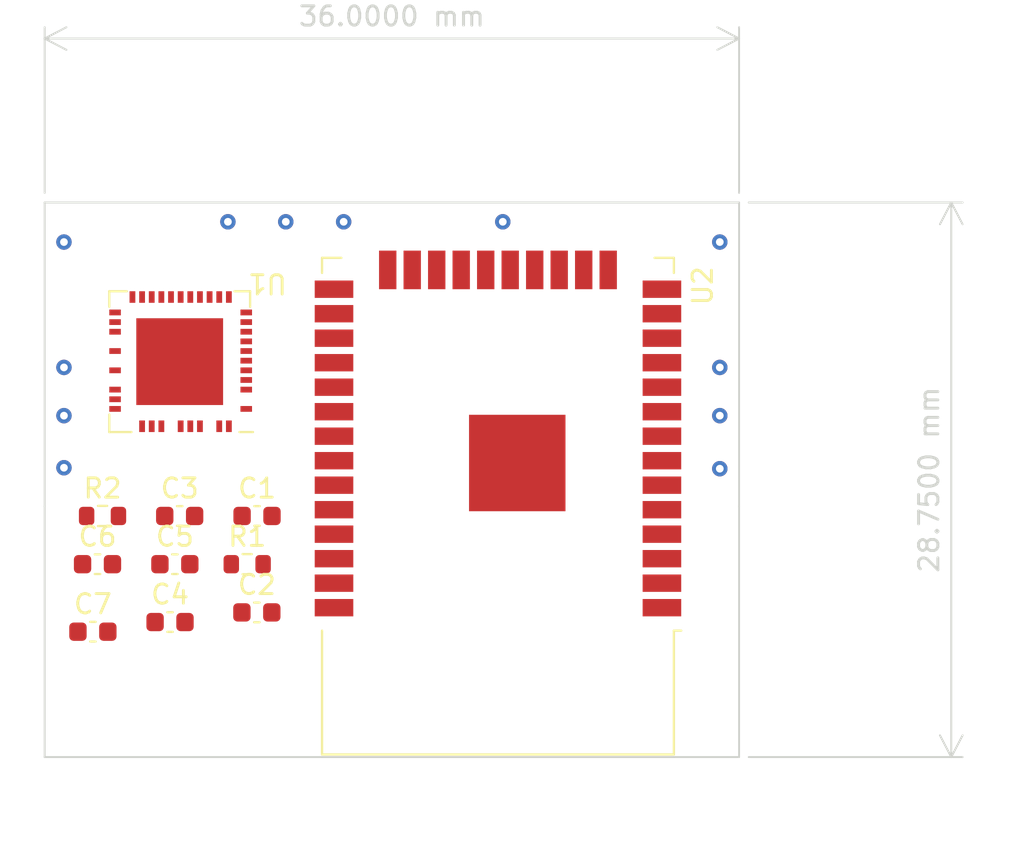
<source format=kicad_pcb>
(kicad_pcb (version 20211014) (generator pcbnew)
  (layers (0 "F.Cu" signal) (31 "B.Cu" signal) (34 "B.Paste" user) (35 "F.Paste" user) (36 "B.SilkS" user "B.Silkscreen") (37 "F.SilkS" user "F.Silkscreen") (38 "B.Mask" user) (39 "F.Mask" user) (44 "Edge.Cuts" user))
  (net 0 "")
  (net 1 "/12VOUT")
  (net 2 "GND")
  (net 3 "/5VOUT")
  (net 4 "/VSA")
  (net 5 "/+VCC_IO")
  (net 6 "Net-(C5-Pad1)")
  (net 7 "Net-(C5-Pad2)")
  (net 8 "/+VM")
  (net 9 "/+VCP")
  (net 10 "Net-(R2-Pad2)")
  (net 11 "CU")
  (net 13 "LSW")
  (net 14 "LSV")
  (net 15 "LSU")
  (net 17 "/~{CS_DRIVER}")
  (net 18 "/SPI_SCK")
  (net 19 "/SPI_MOSI")
  (net 20 "/SPI_MISO")
  (net 21 "/UH")
  (net 22 "/UL")
  (net 23 "/VH")
  (net 24 "/VL")
  (net 25 "/WH")
  (net 26 "/WL")
  (net 27 "/SPE")
  (net 28 "/FAULT")
  (net 29 "DRV_EN")
  (net 30 "CW")
  (net 31 "HSW")
  (net 32 "W")
  (net 33 "V")
  (net 34 "HSV")
  (net 35 "CV")
  (net 36 "U")
  (net 37 "HSU")
  (net 38 "Net-(U2-Pad1)")
  (footprint "RF_Module:ESP32-WROOM-32" (layer "F.Cu") (at 144 102 180)
    (fp_text reference "U2" (at -10.61 8.43 90) (layer "F.SilkS"))
    (fp_text value "ESP32-WROOM-32D")
    (fp_line (start -9.12 -15.865) (end 9.12 -15.865) (layer "F.SilkS") (width 0.12))
    (fp_line (start -9.12 9.88) (end -8.12 9.88) (layer "F.SilkS") (width 0.12))
    (fp_line (start 9.12 9.1) (end 9.12 9.88) (layer "F.SilkS") (width 0.12))
    (fp_line (start -9.12 9.1) (end -9.12 9.88) (layer "F.SilkS") (width 0.12))
    (fp_line (start -9.12 -15.865) (end -9.12 -9.445) (layer "F.SilkS") (width 0.12))
    (fp_line (start 9.12 9.88) (end 8.12 9.88) (layer "F.SilkS") (width 0.12))
    (fp_line (start 9.12 -15.865) (end 9.12 -9.445) (layer "F.SilkS") (width 0.12))
    (fp_line (start -9.12 -9.445) (end -9.5 -9.445) (layer "F.SilkS") (width 0.12))
    (pad "1" smd rect (at -8.5 -8.255 180) (size 2 0.9) (layers "F.Cu" "F.Paste" "F.Mask") (net 38 "Net-(U2-Pad1)"))
    (pad "2" smd rect (at -8.5 -6.985 180) (size 2 0.9) (layers "F.Cu" "F.Paste" "F.Mask"))
    (pad "3" smd rect (at -8.5 -5.715 180) (size 2 0.9) (layers "F.Cu" "F.Paste" "F.Mask"))
    (pad "4" smd rect (at -8.5 -4.445 180) (size 2 0.9) (layers "F.Cu" "F.Paste" "F.Mask"))
    (pad "5" smd rect (at -8.5 -3.175 180) (size 2 0.9) (layers "F.Cu" "F.Paste" "F.Mask"))
    (pad "6" smd rect (at -8.5 -1.905 180) (size 2 0.9) (layers "F.Cu" "F.Paste" "F.Mask"))
    (pad "7" smd rect (at -8.5 -0.635 180) (size 2 0.9) (layers "F.Cu" "F.Paste" "F.Mask"))
    (pad "8" smd rect (at -8.5 0.635 180) (size 2 0.9) (layers "F.Cu" "F.Paste" "F.Mask"))
    (pad "9" smd rect (at -8.5 1.905 180) (size 2 0.9) (layers "F.Cu" "F.Paste" "F.Mask"))
    (pad "10" smd rect (at -8.5 3.175 180) (size 2 0.9) (layers "F.Cu" "F.Paste" "F.Mask"))
    (pad "11" smd rect (at -8.5 4.445 180) (size 2 0.9) (layers "F.Cu" "F.Paste" "F.Mask"))
    (pad "12" smd rect (at -8.5 5.715 180) (size 2 0.9) (layers "F.Cu" "F.Paste" "F.Mask"))
    (pad "13" smd rect (at -8.5 6.985 180) (size 2 0.9) (layers "F.Cu" "F.Paste" "F.Mask"))
    (pad "14" smd rect (at -8.5 8.255 180) (size 2 0.9) (layers "F.Cu" "F.Paste" "F.Mask"))
    (pad "15" smd rect (at -5.715 9.255 270) (size 2 0.9) (layers "F.Cu" "F.Paste" "F.Mask") (net 38 "Net-(U2-Pad1)"))
    (pad "16" smd rect (at -4.445 9.255 270) (size 2 0.9) (layers "F.Cu" "F.Paste" "F.Mask"))
    (pad "17" smd rect (at -3.175 9.255 270) (size 2 0.9) (layers "F.Cu" "F.Paste" "F.Mask"))
    (pad "18" smd rect (at -1.905 9.255 270) (size 2 0.9) (layers "F.Cu" "F.Paste" "F.Mask"))
    (pad "19" smd rect (at -0.635 9.255 270) (size 2 0.9) (layers "F.Cu" "F.Paste" "F.Mask"))
    (pad "20" smd rect (at 0.635 9.255 270) (size 2 0.9) (layers "F.Cu" "F.Paste" "F.Mask"))
    (pad "21" smd rect (at 1.905 9.255 270) (size 2 0.9) (layers "F.Cu" "F.Paste" "F.Mask"))
    (pad "22" smd rect (at 3.175 9.255 270) (size 2 0.9) (layers "F.Cu" "F.Paste" "F.Mask"))
    (pad "23" smd rect (at 4.445 9.255 270) (size 2 0.9) (layers "F.Cu" "F.Paste" "F.Mask"))
    (pad "24" smd rect (at 5.715 9.255 270) (size 2 0.9) (layers "F.Cu" "F.Paste" "F.Mask"))
    (pad "25" smd rect (at 8.5 8.255 180) (size 2 0.9) (layers "F.Cu" "F.Paste" "F.Mask"))
    (pad "26" smd rect (at 8.5 6.985 180) (size 2 0.9) (layers "F.Cu" "F.Paste" "F.Mask"))
    (pad "27" smd rect (at 8.5 5.715 180) (size 2 0.9) (layers "F.Cu" "F.Paste" "F.Mask"))
    (pad "28" smd rect (at 8.5 4.445 180) (size 2 0.9) (layers "F.Cu" "F.Paste" "F.Mask"))
    (pad "29" smd rect (at 8.5 3.175 180) (size 2 0.9) (layers "F.Cu" "F.Paste" "F.Mask"))
    (pad "30" smd rect (at 8.5 1.905 180) (size 2 0.9) (layers "F.Cu" "F.Paste" "F.Mask"))
    (pad "31" smd rect (at 8.5 0.635 180) (size 2 0.9) (layers "F.Cu" "F.Paste" "F.Mask"))
    (pad "32" smd rect (at 8.5 -0.635 180) (size 2 0.9) (layers "F.Cu" "F.Paste" "F.Mask"))
    (pad "33" smd rect (at 8.5 -1.905 180) (size 2 0.9) (layers "F.Cu" "F.Paste" "F.Mask"))
    (pad "34" smd rect (at 8.5 -3.175 180) (size 2 0.9) (layers "F.Cu" "F.Paste" "F.Mask"))
    (pad "35" smd rect (at 8.5 -4.445 180) (size 2 0.9) (layers "F.Cu" "F.Paste" "F.Mask"))
    (pad "36" smd rect (at 8.5 -5.715 180) (size 2 0.9) (layers "F.Cu" "F.Paste" "F.Mask"))
    (pad "37" smd rect (at 8.5 -6.985 180) (size 2 0.9) (layers "F.Cu" "F.Paste" "F.Mask"))
    (pad "38" smd rect (at 8.5 -8.255 180) (size 2 0.9) (layers "F.Cu" "F.Paste" "F.Mask") (net 38 "Net-(U2-Pad1)"))
    (pad "39" smd rect (at -1 -0.755 180) (size 5 5) (layers "F.Cu" "F.Paste" "F.Mask") (net 38 "Net-(U2-Pad1)"))
  )
  (footprint "Capacitor_SMD:C_0603_1608Metric" (layer "F.Cu") (at 123.24 108)
    (fp_text reference "C6" (at 0 -1.43) (layer "F.SilkS"))
    (fp_text value "C_Small")
    (fp_line (start -0.14058 -0.51) (end 0.14058 -0.51) (layer "F.SilkS") (width 0.12))
    (fp_line (start -0.14058 0.51) (end 0.14058 0.51) (layer "F.SilkS") (width 0.12))
    (pad "1" smd roundrect (at -0.775 0) (size 0.9 0.95) (layers "F.Cu" "F.Paste" "F.Mask") (net 8 "/+VM"))
    (pad "2" smd roundrect (at 0.775 0) (size 0.9 0.95) (layers "F.Cu" "F.Paste" "F.Mask") (net 2 "GND"))
  )
  (footprint "Capacitor_SMD:C_0603_1608Metric" (layer "F.Cu") (at 127.25 108)
    (fp_text reference "C5" (at 0 -1.43) (layer "F.SilkS"))
    (fp_text value "22nF/100V")
    (fp_line (start -0.14058 0.51) (end 0.14058 0.51) (layer "F.SilkS") (width 0.12))
    (fp_line (start -0.14058 -0.51) (end 0.14058 -0.51) (layer "F.SilkS") (width 0.12))
    (pad "1" smd roundrect (at -0.775 0) (size 0.9 0.95) (layers "F.Cu" "F.Paste" "F.Mask") (net 6 "Net-(C5-Pad1)"))
    (pad "2" smd roundrect (at 0.775 0) (size 0.9 0.95) (layers "F.Cu" "F.Paste" "F.Mask") (net 7 "Net-(C5-Pad2)"))
  )
  (footprint "Capacitor_SMD:C_0603_1608Metric" (layer "F.Cu") (at 127.5 105.5)
    (fp_text reference "C3" (at 0 -1.43) (layer "F.SilkS"))
    (fp_text value "100nF/100V")
    (fp_line (start -0.14058 0.51) (end 0.14058 0.51) (layer "F.SilkS") (width 0.12))
    (fp_line (start -0.14058 -0.51) (end 0.14058 -0.51) (layer "F.SilkS") (width 0.12))
    (pad "1" smd roundrect (at -0.775 0) (size 0.9 0.95) (layers "F.Cu" "F.Paste" "F.Mask") (net 4 "/VSA"))
    (pad "2" smd roundrect (at 0.775 0) (size 0.9 0.95) (layers "F.Cu" "F.Paste" "F.Mask") (net 2 "GND"))
  )
  (footprint "Capacitor_SMD:C_0603_1608Metric" (layer "F.Cu") (at 131.5 110.5)
    (fp_text reference "C2" (at 0 -1.43) (layer "F.SilkS"))
    (fp_text value "2.2uF/50V")
    (fp_line (start -0.14058 0.51) (end 0.14058 0.51) (layer "F.SilkS") (width 0.12))
    (fp_line (start -0.14058 -0.51) (end 0.14058 -0.51) (layer "F.SilkS") (width 0.12))
    (pad "1" smd roundrect (at -0.775 0) (size 0.9 0.95) (layers "F.Cu" "F.Paste" "F.Mask") (net 3 "/5VOUT"))
    (pad "2" smd roundrect (at 0.775 0) (size 0.9 0.95) (layers "F.Cu" "F.Paste" "F.Mask") (net 2 "GND"))
  )
  (footprint "Capacitor_SMD:C_0603_1608Metric" (layer "F.Cu") (at 127 111)
    (fp_text reference "C4" (at 0 -1.43) (layer "F.SilkS"))
    (fp_text value "100nF/50V")
    (fp_line (start -0.14058 0.51) (end 0.14058 0.51) (layer "F.SilkS") (width 0.12))
    (fp_line (start -0.14058 -0.51) (end 0.14058 -0.51) (layer "F.SilkS") (width 0.12))
    (pad "1" smd roundrect (at -0.775 0) (size 0.9 0.95) (layers "F.Cu" "F.Paste" "F.Mask") (net 5 "/+VCC_IO"))
    (pad "2" smd roundrect (at 0.775 0) (size 0.9 0.95) (layers "F.Cu" "F.Paste" "F.Mask") (net 2 "GND"))
  )
  (footprint "Capacitor_SMD:C_0603_1608Metric" (layer "F.Cu") (at 131.51 105.5)
    (fp_text reference "C1" (at 0 -1.43) (layer "F.SilkS"))
    (fp_text value "2.2uF/50V")
    (fp_line (start -0.14058 -0.51) (end 0.14058 -0.51) (layer "F.SilkS") (width 0.12))
    (fp_line (start -0.14058 0.51) (end 0.14058 0.51) (layer "F.SilkS") (width 0.12))
    (pad "1" smd roundrect (at -0.775 0) (size 0.9 0.95) (layers "F.Cu" "F.Paste" "F.Mask") (net 1 "/12VOUT"))
    (pad "2" smd roundrect (at 0.775 0) (size 0.9 0.95) (layers "F.Cu" "F.Paste" "F.Mask") (net 2 "GND"))
  )
  (footprint "SiFOCR:TMC6100" (layer "F.Cu") (at 127.55 97.45 180)
    (fp_text reference "U1" (at -4.5 4 180 unlocked) (layer "F.SilkS"))
    (fp_text value "TMC6100")
    (fp_line (start 3.7 3.6) (end 3.7 2.794) (layer "F.SilkS") (width 0.12))
    (fp_line (start 2.794 3.6) (end 3.7 3.6) (layer "F.SilkS") (width 0.12))
    (fp_line (start -3.6 3.6) (end -3.6 2.794) (layer "F.SilkS") (width 0.12))
    (fp_line (start 3.7 -3.7) (end 3.7 -2.794) (layer "F.SilkS") (width 0.12))
    (fp_line (start -2.794 3.6) (end -3.6 3.6) (layer "F.SilkS") (width 0.12))
    (fp_line (start -3.048 -3.7) (end -3.75 -3.7) (layer "F.SilkS") (width 0.12))
    (fp_line (start 2.55 -3.7) (end 3.7 -3.7) (layer "F.SilkS") (width 0.12))
    (pad "1" smd rect (at -3.4 -2.5 270) (size 0.3 0.6) (layers "F.Cu" "F.Paste" "F.Mask") (net 11 "CU"))
    (pad "2" smd rect (at -3.4 -1.5 270) (size 0.3 0.6) (layers "F.Cu" "F.Paste" "F.Mask"))
    (pad "3" smd rect (at -3.4 -1 270) (size 0.3 0.6) (layers "F.Cu" "F.Paste" "F.Mask") (net 13 "LSW"))
    (pad "4" smd rect (at -3.4 -0.5 270) (size 0.3 0.6) (layers "F.Cu" "F.Paste" "F.Mask") (net 14 "LSV"))
    (pad "5" smd rect (at -3.4 0 270) (size 0.3 0.6) (layers "F.Cu" "F.Paste" "F.Mask") (net 15 "LSU"))
    (pad "6" smd rect (at -3.4 0.5 270) (size 0.3 0.6) (layers "F.Cu" "F.Paste" "F.Mask") (net 1 "/12VOUT"))
    (pad "7" smd rect (at -3.4 1 270) (size 0.3 0.6) (layers "F.Cu" "F.Paste" "F.Mask") (net 3 "/5VOUT"))
    (pad "8" smd rect (at -3.4 1.5 270) (size 0.3 0.6) (layers "F.Cu" "F.Paste" "F.Mask") (net 2 "GND"))
    (pad "9" smd rect (at -3.4 2 270) (size 0.3 0.6) (layers "F.Cu" "F.Paste" "F.Mask"))
    (pad "10" smd rect (at -3.4 2.5 90) (size 0.3 0.6) (layers "F.Cu" "F.Paste" "F.Mask") (net 17 "/~{CS_DRIVER}"))
    (pad "11" smd rect (at -2.5 3.3 180) (size 0.3 0.6) (layers "F.Cu" "F.Paste" "F.Mask") (net 18 "/SPI_SCK"))
    (pad "12" smd rect (at -2 3.3 180) (size 0.3 0.6) (layers "F.Cu" "F.Paste" "F.Mask") (net 19 "/SPI_MOSI"))
    (pad "13" smd rect (at -1.5 3.3 180) (size 0.3 0.6) (layers "F.Cu" "F.Paste" "F.Mask") (net 20 "/SPI_MISO"))
    (pad "14" smd rect (at -1 3.3 180) (size 0.3 0.6) (layers "F.Cu" "F.Paste" "F.Mask") (net 21 "/UH"))
    (pad "15" smd rect (at -0.5 3.3 180) (size 0.3 0.6) (layers "F.Cu" "F.Paste" "F.Mask") (net 22 "/UL"))
    (pad "16" smd rect (at 0 3.3 180) (size 0.3 0.6) (layers "F.Cu" "F.Paste" "F.Mask") (net 5 "/+VCC_IO"))
    (pad "17" smd rect (at 0.5 3.3 180) (size 0.3 0.6) (layers "F.Cu" "F.Paste" "F.Mask") (net 23 "/VH"))
    (pad "18" smd rect (at 1 3.3 180) (size 0.3 0.6) (layers "F.Cu" "F.Paste" "F.Mask") (net 24 "/VL"))
    (pad "19" smd rect (at 1.5 3.3 180) (size 0.3 0.6) (layers "F.Cu" "F.Paste" "F.Mask") (net 25 "/WH"))
    (pad "20" smd rect (at 2 3.3 180) (size 0.3 0.6) (layers "F.Cu" "F.Paste" "F.Mask") (net 26 "/WL"))
    (pad "21" smd rect (at 2.5 3.3 180) (size 0.3 0.6) (layers "F.Cu" "F.Paste" "F.Mask") (net 10 "Net-(R2-Pad2)"))
    (pad "22" smd rect (at 3.4 2.5 270) (size 0.3 0.6) (layers "F.Cu" "F.Paste" "F.Mask") (net 27 "/SPE"))
    (pad "23" smd rect (at 3.4 2 270) (size 0.3 0.6) (layers "F.Cu" "F.Paste" "F.Mask") (net 28 "/FAULT"))
    (pad "24" smd rect (at 3.4 1.5 270) (size 0.3 0.6) (layers "F.Cu" "F.Paste" "F.Mask") (net 29 "DRV_EN"))
    (pad "25" smd rect (at 3.4 0.5 270) (size 0.3 0.6) (layers "F.Cu" "F.Paste" "F.Mask") (net 4 "/VSA"))
    (pad "26" smd rect (at 3.4 -0.5 270) (size 0.3 0.6) (layers "F.Cu" "F.Paste" "F.Mask") (net 7 "Net-(C5-Pad2)"))
    (pad "27" smd rect (at 3.4 -1.5 270) (size 0.3 0.6) (layers "F.Cu" "F.Paste" "F.Mask") (net 6 "Net-(C5-Pad1)"))
    (pad "28" smd rect (at 3.4 -2 90) (size 0.3 0.6) (layers "F.Cu" "F.Paste" "F.Mask") (net 8 "/+VM"))
    (pad "29" smd rect (at 3.4 -2.5 90) (size 0.3 0.6) (layers "F.Cu" "F.Paste" "F.Mask") (net 9 "/+VCP"))
    (pad "30" smd rect (at 2 -3.4 180) (size 0.3 0.6) (layers "F.Cu" "F.Paste" "F.Mask") (net 30 "CW"))
    (pad "31" smd rect (at 1.5 -3.4 180) (size 0.3 0.6) (layers "F.Cu" "F.Paste" "F.Mask") (net 31 "HSW"))
    (pad "32" smd rect (at 1 -3.4 180) (size 0.3 0.6) (layers "F.Cu" "F.Paste" "F.Mask") (net 32 "W"))
    (pad "33" smd rect (at 0 -3.4 180) (size 0.3 0.6) (layers "F.Cu" "F.Paste" "F.Mask") (net 33 "V"))
    (pad "34" smd rect (at -0.5 -3.4 180) (size 0.3 0.6) (layers "F.Cu" "F.Paste" "F.Mask") (net 34 "HSV"))
    (pad "35" smd rect (at -1 -3.4 180) (size 0.3 0.6) (layers "F.Cu" "F.Paste" "F.Mask") (net 35 "CV"))
    (pad "36" smd rect (at -2 -3.4 180) (size 0.3 0.6) (layers "F.Cu" "F.Paste" "F.Mask") (net 36 "U"))
    (pad "37" smd rect (at -2.5 -3.4 180) (size 0.3 0.6) (layers "F.Cu" "F.Paste" "F.Mask") (net 37 "HSU"))
    (pad "PAD" smd rect (at 0.05 -0.05 180) (size 4.5 4.5) (layers "F.Cu" "F.Paste" "F.Mask") (net 2 "GND"))
  )
  (footprint "Resistor_SMD:R_0603_1608Metric" (layer "F.Cu") (at 123.5 105.5)
    (fp_text reference "R2" (at 0 -1.43) (layer "F.SilkS"))
    (fp_text value "R_Small_US")
    (fp_line (start -0.237258 -0.5225) (end 0.237258 -0.5225) (layer "F.SilkS") (width 0.12))
    (fp_line (start -0.237258 0.5225) (end 0.237258 0.5225) (layer "F.SilkS") (width 0.12))
    (pad "1" smd roundrect (at -0.825 0) (size 0.8 0.95) (layers "F.Cu" "F.Paste" "F.Mask") (net 2 "GND"))
    (pad "2" smd roundrect (at 0.825 0) (size 0.8 0.95) (layers "F.Cu" "F.Paste" "F.Mask") (net 10 "Net-(R2-Pad2)"))
  )
  (footprint "Resistor_SMD:R_0603_1608Metric" (layer "F.Cu") (at 131 108)
    (fp_text reference "R1" (at 0 -1.43) (layer "F.SilkS"))
    (fp_text value "0E")
    (fp_line (start -0.237258 -0.5225) (end 0.237258 -0.5225) (layer "F.SilkS") (width 0.12))
    (fp_line (start -0.237258 0.5225) (end 0.237258 0.5225) (layer "F.SilkS") (width 0.12))
    (pad "1" smd roundrect (at -0.825 0) (size 0.8 0.95) (layers "F.Cu" "F.Paste" "F.Mask") (net 4 "/VSA"))
    (pad "2" smd roundrect (at 0.825 0) (size 0.8 0.95) (layers "F.Cu" "F.Paste" "F.Mask") (net 8 "/+VM"))
  )
  (footprint "Capacitor_SMD:C_0603_1608Metric" (layer "F.Cu") (at 123 111.5)
    (fp_text reference "C7" (at 0 -1.43) (layer "F.SilkS"))
    (fp_text value "100nF/100V")
    (fp_line (start -0.14058 0.51) (end 0.14058 0.51) (layer "F.SilkS") (width 0.12))
    (fp_line (start -0.14058 -0.51) (end 0.14058 -0.51) (layer "F.SilkS") (width 0.12))
    (pad "1" smd roundrect (at -0.775 0) (size 0.9 0.95) (layers "F.Cu" "F.Paste" "F.Mask") (net 8 "/+VM"))
    (pad "2" smd roundrect (at 0.775 0) (size 0.9 0.95) (layers "F.Cu" "F.Paste" "F.Mask") (net 9 "/+VCP"))
  )
  (gr_line (start 156.5 118) (end 120.5 118) (layer "Edge.Cuts") (width 0.1))
  (gr_line (start 120.5 105) (end 120.5 118) (layer "Edge.Cuts") (width 0.1))
  (gr_line (start 120.5 105) (end 120.5 89.25) (layer "Edge.Cuts") (width 0.1))
  (gr_line (start 120.5 89.25) (end 156.5 89.25) (layer "Edge.Cuts") (width 0.1))
  (gr_line (start 156.5 89.25) (end 156.5 105) (layer "Edge.Cuts") (width 0.1))
  (gr_line (start 156.5 118) (end 156.5 105) (layer "Edge.Cuts") (width 0.1))
  (dimension (type aligned) (layer "Edge.Cuts") (pts (xy 120.5 89.25) (xy 156.5 89.25)) (height -8.5) (gr_text "36.0000 mm" (at 138.5 79.6) (layer "Edge.Cuts") (effects (font (size 1 1) (thickness 0.15)))) (format (units 3) (units_format 1) (precision 4)) (style (thickness 0.1) (arrow_length 1.27) (text_position_mode 0) (extension_height 0.58642) (extension_offset 0.5) keep_text_aligned))
  (dimension (type aligned) (layer "Edge.Cuts") (pts (xy 156.5 89.25) (xy 156.5 118)) (height -11) (gr_text "28.7500 mm" (at 166.35 103.625 90) (layer "Edge.Cuts") (effects (font (size 1 1) (thickness 0.15)))) (format (units 3) (units_format 1) (precision 4)) (style (thickness 0.1) (arrow_length 1.27) (text_position_mode 0) (extension_height 0.58642) (extension_offset 0.5) keep_text_aligned))
  (via (at 121.5 100.3) (size 0.8) (drill 0.4) (layers "F.Cu" "B.Cu") (net 11))
  (via (at 155.5 91.3) (size 0.8) (drill 0.4) (layers "F.Cu" "B.Cu") (net 13))
  (via (at 130 90.25) (size 0.8) (drill 0.4) (layers "F.Cu" "B.Cu") (net 14))
  (via (at 121.5 91.3) (size 0.8) (drill 0.4) (layers "F.Cu" "B.Cu") (net 15))
  (via (at 155.5 100.3) (size 0.8) (drill 0.4) (layers "F.Cu" "B.Cu") (net 30))
  (via (at 155.5 97.8) (size 0.8) (drill 0.4) (layers "F.Cu" "B.Cu") (net 31))
  (via (at 155.5 103.05) (size 0.8) (drill 0.4) (layers "F.Cu" "B.Cu") (net 32))
  (via (at 136 90.25) (size 0.8) (drill 0.4) (layers "F.Cu" "B.Cu") (net 33))
  (via (at 144.25 90.25) (size 0.8) (drill 0.4) (layers "F.Cu" "B.Cu") (net 34))
  (via (at 133 90.25) (size 0.8) (drill 0.4) (layers "F.Cu" "B.Cu") (net 35))
  (via (at 121.5 103) (size 0.8) (drill 0.4) (layers "F.Cu" "B.Cu") (net 36))
  (via (at 121.5 97.8) (size 0.8) (drill 0.4) (layers "F.Cu" "B.Cu") (net 37))
)
</source>
